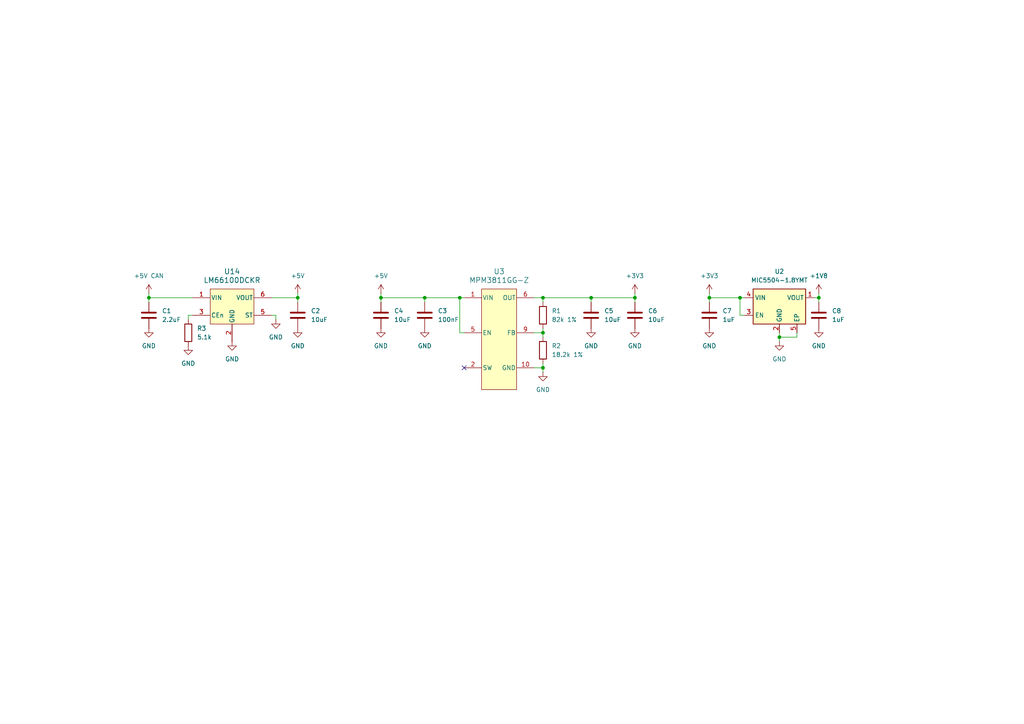
<source format=kicad_sch>
(kicad_sch (version 20231120) (generator "eeschema") (generator_version "8.0")
  (paper "A4")
  (title_block (title "MR-MCXN-T1 Sensor hub") (date "2025-01-17") (rev "X0") (company "NXP SEMICONDUCTORS B.V.") (comment 1 "CLASSIFICATION: INTERNAL USE ONLY") (comment 3 "DESIGNER: YOURI TILS") (comment 4 "CTO SYSTEM INNOVATIONS / MOBILE ROBOTICS DOMAIN"))
  (lib_symbols
    (symbol "Device:C" (pin_numbers hide) (pin_names (offset 0.254))
      (property "Reference" "C" (at 0.635 2.54 0))
      (property "Value" "C" (at 0.635 -2.54 0))
      (symbol "C_0_1"
        (polyline (pts (xy -2.032 -0.762) (xy 2.032 -0.762)) (stroke (width 0.508)))
        (polyline (pts (xy -2.032 0.762) (xy 2.032 0.762)) (stroke (width 0.508)))
      )
      (symbol "C_1_1"
        (pin passive line (at 0 3.81 270) (length 2.794) (name "~") (number "1"))
        (pin passive line (at 0 -3.81 90) (length 2.794) (name "~") (number "2"))
      )
    )
    (symbol "Device:R" (pin_numbers hide) (pin_names (offset 0))
      (property "Reference" "R" (at 2.032 0 90))
      (property "Value" "R" (at 0 0 90))
      (symbol "R_0_1"
        (rectangle (start -1.016 -2.54) (end 1.016 2.54) (stroke (width 0.254)))
      )
      (symbol "R_1_1"
        (pin passive line (at 0 3.81 270) (length 1.27) (name "~") (number "1"))
        (pin passive line (at 0 -3.81 90) (length 1.27) (name "~") (number "2"))
      )
    )
    (symbol "Power:LM66100DCKR" (pin_names (offset 0.254))
      (property "Reference" "U" (at -5.334 6.604 0))
      (property "Value" "LM66100DCKR" (at 9.398 -7.112 0))
      (symbol "LM66100DCKR_0_1"
        (pin input line (at -11.43 2.54 0) (length 5.08) (name "VIN") (number "1"))
        (pin power_in line (at 0 -10.16 90) (length 5.08) (name "GND") (number "2"))
        (pin no_connect line (at 11.43 0 180) (length 5.08) hide (name "NC") (number "4"))
        (pin output line (at 11.43 -2.54 180) (length 5.08) (name "ST") (number "5"))
        (pin output line (at 11.43 2.54 180) (length 5.08) (name "VOUT") (number "6"))
      )
      (symbol "LM66100DCKR_1_1"
        (rectangle (start -6.35 5.08) (end 6.35 -5.08) (fill (type background)))
        (pin input line (at -11.43 -2.54 0) (length 5.08) (name "CEn") (number "3"))
      )
    )
    (symbol "Power:MIC5504-1.8YMT"
      (property "Reference" "U" (at -7.62 8.89 0))
      (property "Value" "MIC5504-1.8YMT" (at -7.62 6.35 0))
      (symbol "MIC5504-1.8YMT_0_1"
        (rectangle (start -7.62 -5.08) (end 7.62 5.08) (stroke (width 0.254)) (fill (type background)))
      )
      (symbol "MIC5504-1.8YMT_1_1"
        (pin power_out line (at 10.16 2.54 180) (length 2.54) (name "VOUT") (number "1"))
        (pin power_in line (at 0 -7.62 90) (length 2.54) (name "GND") (number "2"))
        (pin input line (at -10.16 -2.54 0) (length 2.54) (name "EN") (number "3"))
        (pin power_in line (at -10.16 2.54 0) (length 2.54) (name "VIN") (number "4"))
        (pin power_in line (at 5.08 -7.62 90) (length 2.54) (name "EP") (number "5"))
      )
    )
    (symbol "Power:MPM3811GG-Z" (pin_names (offset 0.254))
      (property "Reference" "U" (at -4.064 8.89 0))
      (property "Value" "MPM3811GG-Z" (at 0 -23.622 0))
      (symbol "MPM3811GG-Z_0_1"
        (pin power_in line (at -10.16 5.08 0) (length 5.08) (name "VIN") (number "1"))
        (pin power_out line (at 10.16 -15.24 180) (length 5.08) (name "GND") (number "10"))
        (pin output line (at -10.16 -15.24 0) (length 5.08) (name "SW") (number "2"))
        (pin output line (at -10.16 -15.24 0) (length 5.08) hide (name "SW") (number "3"))
        (pin output line (at -10.16 -15.24 0) (length 5.08) hide (name "SW") (number "4"))
        (pin bidirectional line (at -10.16 -5.08 0) (length 5.08) (name "EN") (number "5"))
        (pin output line (at 10.16 5.08 180) (length 5.08) (name "OUT") (number "6"))
        (pin output line (at 10.16 5.08 180) (length 5.08) hide (name "OUT") (number "7"))
        (pin unspecified line (at 10.16 5.08 180) (length 5.08) hide (name "OUT") (number "8"))
        (pin output line (at 10.16 -5.08 180) (length 5.08) (name "FB") (number "9"))
      )
      (symbol "MPM3811GG-Z_1_1"
        (rectangle (start -5.08 7.62) (end 5.08 -21.59) (fill (type background)))
      )
    )
    (symbol "power:+5V" (power) (pin_numbers hide) (pin_names (offset 0) hide)
      (property "Value" "+5V" (at 0 3.556 0))
      (symbol "+5V_0_1"
        (polyline (pts (xy -0.762 1.27) (xy 0 2.54)))
        (polyline (pts (xy 0 0) (xy 0 2.54)))
        (polyline (pts (xy 0 2.54) (xy 0.762 1.27)))
      )
      (symbol "+5V_1_1"
        (pin power_in line (at 0 0 90) (length 0) (name "~") (number "1"))
      )
    )
    (symbol "power:GND" (power) (pin_numbers hide) (pin_names (offset 0) hide)
      (property "Value" "GND" (at 0 -3.81 0))
      (symbol "GND_0_1"
        (polyline (pts (xy 0 0) (xy 0 -1.27) (xy 1.27 -1.27) (xy 0 -2.54) (xy -1.27 -1.27) (xy 0 -1.27)))
      )
      (symbol "GND_1_1"
        (pin power_in line (at 0 0 270) (length 0) (name "~") (number "1"))
      )
    )
  )
  (junction (at 184.15 86.36))
  (junction (at 157.48 96.52))
  (junction (at 133.35 86.36))
  (junction (at 226.06 97.79))
  (junction (at 157.48 106.68))
  (junction (at 123.19 86.36))
  (junction (at 214.63 86.36))
  (junction (at 157.48 86.36))
  (junction (at 86.36 86.36))
  (junction (at 205.74 86.36))
  (junction (at 237.49 86.36))
  (junction (at 110.49 86.36))
  (junction (at 171.45 86.36))
  (junction (at 43.18 86.36))
  (no_connect (at 134.62 106.68))
  (wire (pts (xy 205.74 87.63) (xy 205.74 86.36)))
  (wire (pts (xy 157.48 87.63) (xy 157.48 86.36)))
  (wire (pts (xy 226.06 97.79) (xy 231.14 97.79)))
  (wire (pts (xy 54.61 91.44) (xy 55.88 91.44)))
  (wire (pts (xy 215.9 91.44) (xy 214.63 91.44)))
  (wire (pts (xy 157.48 96.52) (xy 157.48 95.25)))
  (wire (pts (xy 86.36 86.36) (xy 86.36 87.63)))
  (wire (pts (xy 133.35 86.36) (xy 133.35 96.52)))
  (wire (pts (xy 231.14 97.79) (xy 231.14 96.52)))
  (wire (pts (xy 171.45 86.36) (xy 184.15 86.36)))
  (wire (pts (xy 43.18 85.09) (xy 43.18 86.36)))
  (wire (pts (xy 154.94 96.52) (xy 157.48 96.52)))
  (wire (pts (xy 86.36 85.09) (xy 86.36 86.36)))
  (wire (pts (xy 214.63 86.36) (xy 215.9 86.36)))
  (wire (pts (xy 154.94 106.68) (xy 157.48 106.68)))
  (wire (pts (xy 205.74 85.09) (xy 205.74 86.36)))
  (wire (pts (xy 80.01 91.44) (xy 78.74 91.44)))
  (wire (pts (xy 157.48 106.68) (xy 157.48 107.95)))
  (wire (pts (xy 123.19 86.36) (xy 110.49 86.36)))
  (wire (pts (xy 110.49 85.09) (xy 110.49 86.36)))
  (wire (pts (xy 157.48 86.36) (xy 171.45 86.36)))
  (wire (pts (xy 157.48 86.36) (xy 154.94 86.36)))
  (wire (pts (xy 133.35 86.36) (xy 123.19 86.36)))
  (wire (pts (xy 237.49 85.09) (xy 237.49 86.36)))
  (wire (pts (xy 236.22 86.36) (xy 237.49 86.36)))
  (wire (pts (xy 133.35 86.36) (xy 134.62 86.36)))
  (wire (pts (xy 205.74 86.36) (xy 214.63 86.36)))
  (wire (pts (xy 133.35 96.52) (xy 134.62 96.52)))
  (wire (pts (xy 184.15 86.36) (xy 184.15 87.63)))
  (wire (pts (xy 237.49 86.36) (xy 237.49 87.63)))
  (wire (pts (xy 214.63 91.44) (xy 214.63 86.36)))
  (wire (pts (xy 80.01 92.71) (xy 80.01 91.44)))
  (wire (pts (xy 43.18 86.36) (xy 55.88 86.36)))
  (wire (pts (xy 157.48 106.68) (xy 157.48 105.41)))
  (wire (pts (xy 226.06 97.79) (xy 226.06 99.06)))
  (wire (pts (xy 157.48 97.79) (xy 157.48 96.52)))
  (wire (pts (xy 78.74 86.36) (xy 86.36 86.36)))
  (wire (pts (xy 184.15 85.09) (xy 184.15 86.36)))
  (wire (pts (xy 110.49 86.36) (xy 110.49 87.63)))
  (wire (pts (xy 43.18 87.63) (xy 43.18 86.36)))
  (wire (pts (xy 226.06 96.52) (xy 226.06 97.79)))
  (wire (pts (xy 54.61 92.71) (xy 54.61 91.44)))
  (wire (pts (xy 123.19 86.36) (xy 123.19 87.63)))
  (wire (pts (xy 171.45 86.36) (xy 171.45 87.63)))
  (symbol (lib_id "Device:C") (at 86.36 91.44 0) (unit 1)
    (property "Reference" "C2" (at 90.17 90.1699 0) (effects (justify left)))
    (property "Value" "10uF" (at 90.17 92.7099 0) (effects (justify left)))
    (property "Description" "Unpolarized capacitor" (effects (hide yes)))
  )
  (symbol (lib_id "Device:C") (at 184.15 91.44 0) (unit 1)
    (property "Reference" "C6" (at 187.96 90.1699 0) (effects (justify left)))
    (property "Value" "10uF" (at 187.96 92.7099 0) (effects (justify left)))
    (property "Description" "Unpolarized capacitor" (effects (hide yes)))
  )
  (symbol (lib_id "power:GND") (at 171.45 95.25 0) (unit 1)
    (property "Reference" "#PWR011" (effects (hide yes)))
    (property "Value" "GND" (at 171.45 100.33 0))
    (property "Description" "Power symbol creates a global label with name \"GND\" , ground" (effects (hide yes)))
  )
  (symbol (lib_id "power:GND") (at 110.49 95.25 0) (unit 1)
    (property "Reference" "#PWR010" (effects (hide yes)))
    (property "Value" "GND" (at 110.49 100.33 0))
    (property "Description" "Power symbol creates a global label with name \"GND\" , ground" (effects (hide yes)))
  )
  (symbol (lib_id "Power:MPM3811GG-Z") (at 144.78 91.44 0) (unit 1)
    (property "Reference" "U3" (at 144.78 78.74 0) (effects (font (size 1.524 1.524))))
    (property "Value" "MPM3811GG-Z" (at 144.78 81.28 0) (effects (font (size 1.524 1.524))))
    (property "Footprint" "Power:QFN2x2x1p6_MPM3811_MNP" (effects (hide yes)))
    (property "Datasheet" "https://www.monolithicpower.com/en/documentview/productdocument/index/version/2/document_type/Datasheet/lang/en/sku/MPM3811GG-Z/?srsltid=AfmBOorywUL0E6iwBEe9l1_G6d5BMdOdmITwvd0-RpBQajkeBek0plHr" (effects (hide yes)))
  )
  (symbol (lib_id "power:GND") (at 157.48 107.95 0) (unit 1)
    (property "Reference" "#PWR01" (effects (hide yes)))
    (property "Value" "GND" (at 157.48 113.03 0))
    (property "Description" "Power symbol creates a global label with name \"GND\" , ground" (effects (hide yes)))
  )
  (symbol (lib_id "power:GND") (at 67.31 99.06 0) (unit 1)
    (property "Reference" "#PWR02" (effects (hide yes)))
    (property "Value" "GND" (at 67.31 104.14 0))
    (property "Description" "Power symbol creates a global label with name \"GND\" , ground" (effects (hide yes)))
  )
  (symbol (lib_id "power:GND") (at 123.19 95.25 0) (unit 1)
    (property "Reference" "#PWR09" (effects (hide yes)))
    (property "Value" "GND" (at 123.19 100.33 0))
    (property "Description" "Power symbol creates a global label with name \"GND\" , ground" (effects (hide yes)))
  )
  (symbol (lib_id "power:+5V") (at 110.49 85.09 0) (unit 1)
    (property "Reference" "#PWR013" (effects (hide yes)))
    (property "Value" "+5V" (at 110.49 80.01 0))
    (property "Description" "Power symbol creates a global label with name \"+5V\"" (effects (hide yes)))
  )
  (symbol (lib_id "Device:C") (at 171.45 91.44 0) (unit 1)
    (property "Reference" "C5" (at 175.26 90.1699 0) (effects (justify left)))
    (property "Value" "10uF" (at 175.26 92.7099 0) (effects (justify left)))
    (property "Description" "Unpolarized capacitor" (effects (hide yes)))
  )
  (symbol (lib_id "power:GND") (at 184.15 95.25 0) (unit 1)
    (property "Reference" "#PWR012" (effects (hide yes)))
    (property "Value" "GND" (at 184.15 100.33 0))
    (property "Description" "Power symbol creates a global label with name \"GND\" , ground" (effects (hide yes)))
  )
  (symbol (lib_id "power:GND") (at 205.74 95.25 0) (unit 1)
    (property "Reference" "#PWR017" (effects (hide yes)))
    (property "Value" "GND" (at 205.74 100.33 0))
    (property "Description" "Power symbol creates a global label with name \"GND\" , ground" (effects (hide yes)))
  )
  (symbol (lib_id "power:+5V") (at 184.15 85.09 0) (unit 1)
    (property "Reference" "#PWR014" (effects (hide yes)))
    (property "Value" "+3V3" (at 184.15 80.01 0))
    (property "Description" "Power symbol creates a global label with name \"+5V\"" (effects (hide yes)))
  )
  (symbol (lib_id "power:GND") (at 43.18 95.25 0) (unit 1)
    (property "Reference" "#PWR04" (effects (hide yes)))
    (property "Value" "GND" (at 43.18 100.33 0))
    (property "Description" "Power symbol creates a global label with name \"GND\" , ground" (effects (hide yes)))
  )
  (symbol (lib_id "Device:R") (at 54.61 96.52 0) (unit 1)
    (property "Reference" "R3" (at 57.15 95.2499 0) (effects (justify left)))
    (property "Value" "5.1k" (at 57.15 97.7899 0) (effects (justify left)))
    (property "Description" "Resistor" (effects (hide yes)))
  )
  (symbol (lib_id "power:+5V") (at 86.36 85.09 0) (unit 1)
    (property "Reference" "#PWR08" (effects (hide yes)))
    (property "Value" "+5V" (at 86.36 80.01 0))
    (property "Description" "Power symbol creates a global label with name \"+5V\"" (effects (hide yes)))
  )
  (symbol (lib_id "power:+5V") (at 43.18 85.09 0) (unit 1)
    (property "Reference" "#PWR07" (effects (hide yes)))
    (property "Value" "+5V CAN" (at 43.18 80.01 0))
    (property "Description" "Power symbol creates a global label with name \"+5V\"" (effects (hide yes)))
  )
  (symbol (lib_id "Device:C") (at 110.49 91.44 0) (unit 1)
    (property "Reference" "C4" (at 114.3 90.1699 0) (effects (justify left)))
    (property "Value" "10uF" (at 114.3 92.7099 0) (effects (justify left)))
    (property "Description" "Unpolarized capacitor" (effects (hide yes)))
  )
  (symbol (lib_id "power:GND") (at 80.01 92.71 0) (unit 1)
    (property "Reference" "#PWR06" (effects (hide yes)))
    (property "Value" "GND" (at 80.01 97.79 0))
    (property "Description" "Power symbol creates a global label with name \"GND\" , ground" (effects (hide yes)))
  )
  (symbol (lib_id "Device:C") (at 43.18 91.44 0) (unit 1)
    (property "Reference" "C1" (at 46.99 90.1699 0) (effects (justify left)))
    (property "Value" "2.2uF" (at 46.99 92.7099 0) (effects (justify left)))
    (property "Description" "Unpolarized capacitor" (effects (hide yes)))
  )
  (symbol (lib_id "power:GND") (at 226.06 99.06 0) (unit 1)
    (property "Reference" "#PWR016" (effects (hide yes)))
    (property "Value" "GND" (at 226.06 104.14 0))
    (property "Description" "Power symbol creates a global label with name \"GND\" , ground" (effects (hide yes)))
  )
  (symbol (lib_id "Device:C") (at 237.49 91.44 0) (unit 1)
    (property "Reference" "C8" (at 241.3 90.1699 0) (effects (justify left)))
    (property "Value" "1uF" (at 241.3 92.7099 0) (effects (justify left)))
    (property "Description" "Unpolarized capacitor" (effects (hide yes)))
  )
  (symbol (lib_id "power:GND") (at 86.36 95.25 0) (unit 1)
    (property "Reference" "#PWR05" (effects (hide yes)))
    (property "Value" "GND" (at 86.36 100.33 0))
    (property "Description" "Power symbol creates a global label with name \"GND\" , ground" (effects (hide yes)))
  )
  (symbol (lib_id "Power:MIC5504-1.8YMT") (at 226.06 88.9 0) (unit 1)
    (property "Reference" "U2" (at 226.06 78.74 0))
    (property "Value" "MIC5504-1.8YMT" (at 226.06 81.28 0))
    (property "Footprint" "Power:VREG_MIC5504-3.3YMT-TZ" (effects (hide yes)))
    (property "Datasheet" "http://ww1.microchip.com/downloads/en/DeviceDoc/MIC550X.pdf" (effects (hide yes)))
    (property "Description" "300mA Low-dropout Voltage Regulator, Vout 1.8V, Vin up to 5.5V, DFN" (effects (hide yes)))
  )
  (symbol (lib_id "Device:C") (at 123.19 91.44 0) (unit 1)
    (property "Reference" "C3" (at 127 90.1699 0) (effects (justify left)))
    (property "Value" "100nF" (at 127 92.7099 0) (effects (justify left)))
    (property "Description" "Unpolarized capacitor" (effects (hide yes)))
  )
  (symbol (lib_id "Device:C") (at 205.74 91.44 0) (unit 1)
    (property "Reference" "C7" (at 209.55 90.1699 0) (effects (justify left)))
    (property "Value" "1uF" (at 209.55 92.7099 0) (effects (justify left)))
    (property "Description" "Unpolarized capacitor" (effects (hide yes)))
  )
  (symbol (lib_id "power:+5V") (at 237.49 85.09 0) (unit 1)
    (property "Reference" "#PWR019" (effects (hide yes)))
    (property "Value" "+1V8" (at 237.49 80.01 0))
    (property "Description" "Power symbol creates a global label with name \"+5V\"" (effects (hide yes)))
  )
  (symbol (lib_id "power:GND") (at 237.49 95.25 0) (unit 1)
    (property "Reference" "#PWR015" (effects (hide yes)))
    (property "Value" "GND" (at 237.49 100.33 0))
    (property "Description" "Power symbol creates a global label with name \"GND\" , ground" (effects (hide yes)))
  )
  (symbol (lib_id "Power:LM66100DCKR") (at 67.31 88.9 0) (unit 1)
    (property "Reference" "U14" (at 67.31 78.74 0) (effects (font (size 1.524 1.524))))
    (property "Value" "LM66100DCKR" (at 67.31 81.28 0) (effects (font (size 1.524 1.524))))
    (property "Footprint" "Power:LM66100DCKR" (effects (hide yes)))
    (property "Datasheet" "https://www.ti.com/lit/ds/symlink/lm66100.pdf?HQS=dis-dk-null-digikeymode-dsf-pf-null-wwe&ts=1736752474008&ref_url=https%253A%252F%252Fwww.ti.com%252Fgeneral%252Fdocs%252Fsuppproductinfo.tsp%253FdistId%253D10%2526gotoUrl%253Dhttps%253A%252F%252Fwww.ti.com%252Flit%252Fgpn%252Flm66100" (effects (hide yes)))
  )
  (symbol (lib_id "power:+5V") (at 205.74 85.09 0) (unit 1)
    (property "Reference" "#PWR018" (effects (hide yes)))
    (property "Value" "+3V3" (at 205.74 80.01 0))
    (property "Description" "Power symbol creates a global label with name \"+5V\"" (effects (hide yes)))
  )
  (symbol (lib_id "Device:R") (at 157.48 91.44 0) (unit 1)
    (property "Reference" "R1" (at 160.02 90.1699 0) (effects (justify left)))
    (property "Value" "82k 1%" (at 160.02 92.7099 0) (effects (justify left)))
    (property "Description" "Resistor" (effects (hide yes)))
  )
  (symbol (lib_id "Device:R") (at 157.48 101.6 0) (unit 1)
    (property "Reference" "R2" (at 160.02 100.3299 0) (effects (justify left)))
    (property "Value" "18.2k 1%" (at 160.02 102.8699 0) (effects (justify left)))
    (property "Description" "Resistor" (effects (hide yes)))
  )
  (symbol (lib_id "power:GND") (at 54.61 100.33 0) (unit 1)
    (property "Reference" "#PWR03" (effects (hide yes)))
    (property "Value" "GND" (at 54.61 105.41 0))
    (property "Description" "Power symbol creates a global label with name \"GND\" , ground" (effects (hide yes)))
  )
)
</source>
